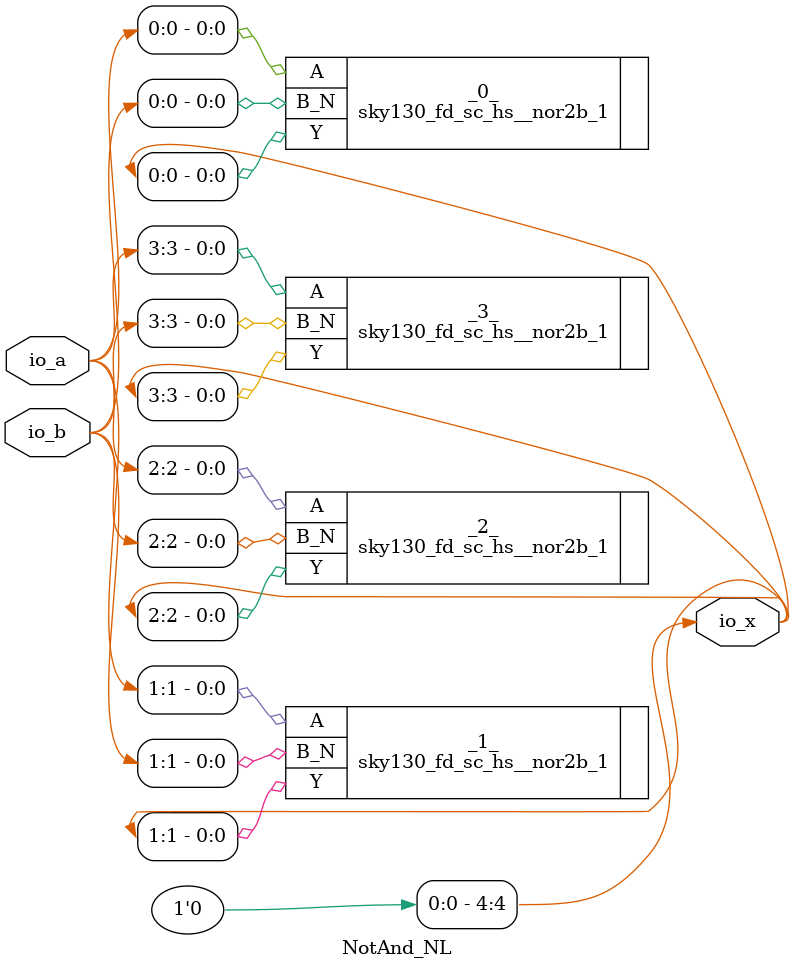
<source format=v>
/* Generated by Yosys 0.9+3582 (git sha1 de7997837, gcc 9.3.0-15 -fPIC -Os) */

module NotAnd_NL(io_a, io_b, io_x);
  input [3:0] io_a;
  input [3:0] io_b;
  output [4:0] io_x;
  sky130_fd_sc_hs__nor2b_1 _0_ (
    .A(io_a[0]),
    .B_N(io_b[0]),
    .Y(io_x[0])
  );
  sky130_fd_sc_hs__nor2b_1 _1_ (
    .A(io_a[1]),
    .B_N(io_b[1]),
    .Y(io_x[1])
  );
  sky130_fd_sc_hs__nor2b_1 _2_ (
    .A(io_a[2]),
    .B_N(io_b[2]),
    .Y(io_x[2])
  );
  sky130_fd_sc_hs__nor2b_1 _3_ (
    .A(io_a[3]),
    .B_N(io_b[3]),
    .Y(io_x[3])
  );
  assign io_x[4] = 1'b0;
endmodule

</source>
